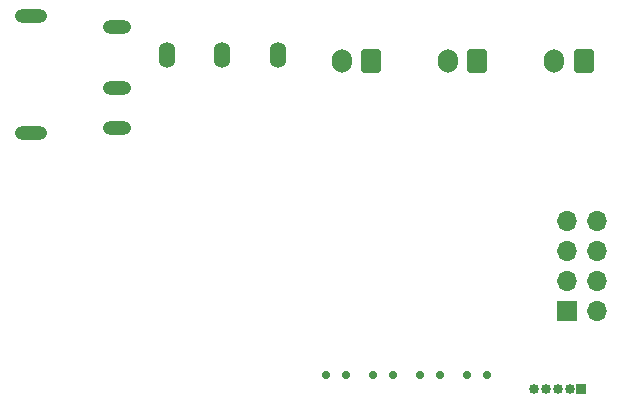
<source format=gbr>
%TF.GenerationSoftware,KiCad,Pcbnew,(7.0.0)*%
%TF.CreationDate,2023-04-07T10:01:58+08:00*%
%TF.ProjectId,Warehouse-on-STM32,57617265-686f-4757-9365-2d6f6e2d5354,rev?*%
%TF.SameCoordinates,Original*%
%TF.FileFunction,Soldermask,Bot*%
%TF.FilePolarity,Negative*%
%FSLAX46Y46*%
G04 Gerber Fmt 4.6, Leading zero omitted, Abs format (unit mm)*
G04 Created by KiCad (PCBNEW (7.0.0)) date 2023-04-07 10:01:58*
%MOMM*%
%LPD*%
G01*
G04 APERTURE LIST*
G04 Aperture macros list*
%AMRoundRect*
0 Rectangle with rounded corners*
0 $1 Rounding radius*
0 $2 $3 $4 $5 $6 $7 $8 $9 X,Y pos of 4 corners*
0 Add a 4 corners polygon primitive as box body*
4,1,4,$2,$3,$4,$5,$6,$7,$8,$9,$2,$3,0*
0 Add four circle primitives for the rounded corners*
1,1,$1+$1,$2,$3*
1,1,$1+$1,$4,$5*
1,1,$1+$1,$6,$7*
1,1,$1+$1,$8,$9*
0 Add four rect primitives between the rounded corners*
20,1,$1+$1,$2,$3,$4,$5,0*
20,1,$1+$1,$4,$5,$6,$7,0*
20,1,$1+$1,$6,$7,$8,$9,0*
20,1,$1+$1,$8,$9,$2,$3,0*%
G04 Aperture macros list end*
%ADD10RoundRect,0.250000X0.600000X0.750000X-0.600000X0.750000X-0.600000X-0.750000X0.600000X-0.750000X0*%
%ADD11O,1.700000X2.000000*%
%ADD12C,0.700000*%
%ADD13R,1.700000X1.700000*%
%ADD14O,1.700000X1.700000*%
%ADD15R,0.850000X0.850000*%
%ADD16O,0.850000X0.850000*%
%ADD17O,2.380000X1.180000*%
%ADD18O,2.730000X1.180000*%
%ADD19O,1.400000X2.200000*%
G04 APERTURE END LIST*
D10*
%TO.C,J5*%
X141000000Y-105000000D03*
D11*
X138499999Y-104999999D03*
%TD*%
D12*
%TO.C,SW4*%
X128150000Y-131600000D03*
X129850000Y-131600000D03*
%TD*%
%TO.C,SW2*%
X136150000Y-131600000D03*
X137850000Y-131600000D03*
%TD*%
%TO.C,SW3*%
X132150000Y-131600000D03*
X133850000Y-131600000D03*
%TD*%
D13*
%TO.C,J1*%
X148599999Y-126199999D03*
D14*
X151139999Y-126199999D03*
X148599999Y-123659999D03*
X151139999Y-123659999D03*
X148599999Y-121119999D03*
X151139999Y-121119999D03*
X148599999Y-118579999D03*
X151139999Y-118579999D03*
%TD*%
D15*
%TO.C,J2*%
X149799999Y-132799999D03*
D16*
X148799999Y-132799999D03*
X147799999Y-132799999D03*
X146799999Y-132799999D03*
X145799999Y-132799999D03*
%TD*%
D12*
%TO.C,SW1*%
X140150000Y-131600000D03*
X141850000Y-131600000D03*
%TD*%
D10*
%TO.C,J4*%
X132000000Y-105000000D03*
D11*
X129499999Y-104999999D03*
%TD*%
D10*
%TO.C,J6*%
X150000000Y-105000000D03*
D11*
X147499999Y-104999999D03*
%TD*%
D17*
%TO.C,J3*%
X110499999Y-110699999D03*
X110499999Y-102099999D03*
X110499999Y-107299999D03*
D18*
X103199999Y-101199999D03*
X103199999Y-111099999D03*
%TD*%
D19*
%TO.C,SW5*%
X114699999Y-104499999D03*
X119399999Y-104499999D03*
X124099999Y-104499999D03*
%TD*%
M02*

</source>
